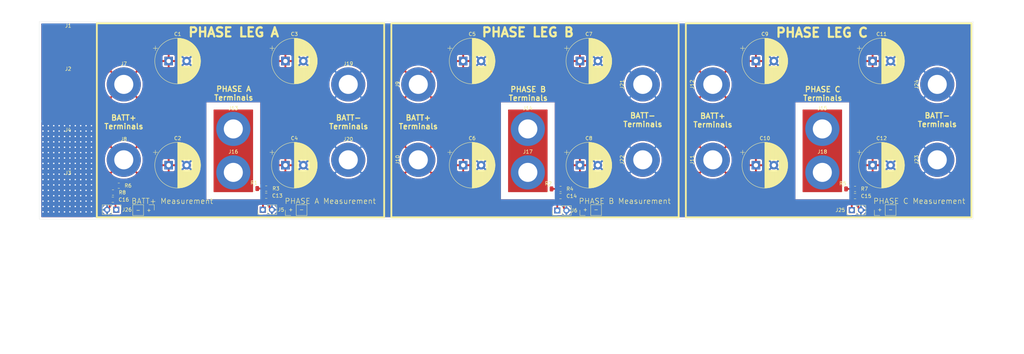
<source format=kicad_pcb>
(kicad_pcb (version 20171130) (host pcbnew "(5.1.6)-1")
  (layers (0 F.Cu signal) (31 B.Cu signal) (34 B.Paste user) (35 F.Paste user) (36 B.SilkS user) (37 F.SilkS user) (38 B.Mask user) (39 F.Mask user) (44 Edge.Cuts user))
  (net 0 "")
  (net 1 -BATT)
  (net 2 +BATT)
  (net 3 PHASE_A)
  (net 4 PHASE_B)
  (net 5 PHASE_C)
  (net 6 "Net-(C13-Pad1)")
  (net 7 "Net-(C14-Pad1)")
  (net 8 "Net-(C15-Pad1)")
  (net 9 "Net-(C16-Pad1)")
  (module Resistor_SMD:R_0805_2012Metric (layer F.Cu) (at 161.6875 66.6)
    (fp_text reference R2 (at 0.0125 -1.5) (layer F.SilkS))
    (fp_text value 200k)
    (pad 1 smd roundrect (at -0.9125 0) (size 1.025 1.4) (layers F.Cu F.Paste F.Mask) (roundrect_rratio 0.243902) (net 4 PHASE_B))
    (pad 2 smd roundrect (at 0.9125 0) (size 1.025 1.4) (layers F.Cu F.Paste F.Mask) (roundrect_rratio 0.243902) (net 7 "Net-(C14-Pad1)"))
  )
  (module Connector_PinHeader_2.54mm:PinHeader_1x02_P2.54mm_Vertical (layer F.Cu) (at 82.2 72.4 90)
    (fp_text reference J5 (at 0 5.1 180) (layer F.SilkS))
    (fp_text value Pinheader)
    (pad 2 thru_hole oval (at 0 2.54 90) (size 1.7 1.7) (drill 1) (layers *.Cu *.Mask) (net 1 -BATT))
    (pad 1 thru_hole rect (at 0 0 90) (size 1.7 1.7) (drill 1) (layers *.Cu *.Mask) (net 6 "Net-(C13-Pad1)"))
  )
  (module Resistor_SMD:R_0805_2012Metric (layer F.Cu) (at 42.1125 65.7 180)
    (fp_text reference R6 (at -2.5875 0 180) (layer F.SilkS))
    (fp_text value 200k)
    (pad 2 smd roundrect (at 0.9125 0 180) (size 1.025 1.4) (layers F.Cu F.Paste F.Mask) (roundrect_rratio 0.243902) (net 9 "Net-(C16-Pad1)"))
    (pad 1 smd roundrect (at -0.9125 0 180) (size 1.025 1.4) (layers F.Cu F.Paste F.Mask) (roundrect_rratio 0.243902) (net 2 +BATT))
  )
  (module Capacitor_THT:CP_Radial_D12.5mm_P5.00mm (layer F.Cu) (at 56 31)
    (fp_text reference C1 (at 2.5 -7.5) (layer F.SilkS))
    (fp_text value 270u)
    (pad 2 thru_hole circle (at 5 0) (size 2.4 2.4) (drill 1.2) (layers *.Cu *.Mask) (net 1 -BATT))
    (pad 1 thru_hole rect (at 0 0) (size 2.4 2.4) (drill 1.2) (layers *.Cu *.Mask) (net 2 +BATT))
  )
  (module Capacitor_THT:CP_Radial_D12.5mm_P5.00mm (layer F.Cu) (at 56 60)
    (fp_text reference C2 (at 2.5 -7.5) (layer F.SilkS))
    (fp_text value 270u)
    (pad 1 thru_hole rect (at 0 0) (size 2.4 2.4) (drill 1.2) (layers *.Cu *.Mask) (net 2 +BATT))
    (pad 2 thru_hole circle (at 5 0) (size 2.4 2.4) (drill 1.2) (layers *.Cu *.Mask) (net 1 -BATT))
  )
  (module Capacitor_THT:CP_Radial_D12.5mm_P5.00mm (layer F.Cu) (at 88.5 31)
    (fp_text reference C3 (at 2.5 -7.5) (layer F.SilkS))
    (fp_text value 270u)
    (pad 1 thru_hole rect (at 0 0) (size 2.4 2.4) (drill 1.2) (layers *.Cu *.Mask) (net 2 +BATT))
    (pad 2 thru_hole circle (at 5 0) (size 2.4 2.4) (drill 1.2) (layers *.Cu *.Mask) (net 1 -BATT))
  )
  (module Capacitor_THT:CP_Radial_D12.5mm_P5.00mm (layer F.Cu) (at 88.5 60)
    (fp_text reference C4 (at 2.5 -7.5) (layer F.SilkS))
    (fp_text value 270u)
    (pad 2 thru_hole circle (at 5 0) (size 2.4 2.4) (drill 1.2) (layers *.Cu *.Mask) (net 1 -BATT))
    (pad 1 thru_hole rect (at 0 0) (size 2.4 2.4) (drill 1.2) (layers *.Cu *.Mask) (net 2 +BATT))
  )
  (module Capacitor_THT:CP_Radial_D12.5mm_P5.00mm (layer F.Cu) (at 138 31)
    (fp_text reference C5 (at 2.5 -7.5) (layer F.SilkS))
    (fp_text value 270u)
    (pad 1 thru_hole rect (at 0 0) (size 2.4 2.4) (drill 1.2) (layers *.Cu *.Mask) (net 2 +BATT))
    (pad 2 thru_hole circle (at 5 0) (size 2.4 2.4) (drill 1.2) (layers *.Cu *.Mask) (net 1 -BATT))
  )
  (module Capacitor_THT:CP_Radial_D12.5mm_P5.00mm (layer F.Cu) (at 138 60)
    (fp_text reference C6 (at 2.5 -7.5) (layer F.SilkS))
    (fp_text value 270u)
    (pad 2 thru_hole circle (at 5 0) (size 2.4 2.4) (drill 1.2) (layers *.Cu *.Mask) (net 1 -BATT))
    (pad 1 thru_hole rect (at 0 0) (size 2.4 2.4) (drill 1.2) (layers *.Cu *.Mask) (net 2 +BATT))
  )
  (module Capacitor_THT:CP_Radial_D12.5mm_P5.00mm (layer F.Cu) (at 170.5 31)
    (fp_text reference C7 (at 2.5 -7.5) (layer F.SilkS))
    (fp_text value 270u)
    (pad 1 thru_hole rect (at 0 0) (size 2.4 2.4) (drill 1.2) (layers *.Cu *.Mask) (net 2 +BATT))
    (pad 2 thru_hole circle (at 5 0) (size 2.4 2.4) (drill 1.2) (layers *.Cu *.Mask) (net 1 -BATT))
  )
  (module Capacitor_THT:CP_Radial_D12.5mm_P5.00mm (layer F.Cu) (at 170.5 60)
    (fp_text reference C8 (at 2.5 -7.5) (layer F.SilkS))
    (fp_text value 270u)
    (pad 2 thru_hole circle (at 5 0) (size 2.4 2.4) (drill 1.2) (layers *.Cu *.Mask) (net 1 -BATT))
    (pad 1 thru_hole rect (at 0 0) (size 2.4 2.4) (drill 1.2) (layers *.Cu *.Mask) (net 2 +BATT))
  )
  (module Capacitor_THT:CP_Radial_D12.5mm_P5.00mm (layer F.Cu) (at 219.5 31)
    (fp_text reference C9 (at 2.5 -7.5) (layer F.SilkS))
    (fp_text value 270u)
    (pad 1 thru_hole rect (at 0 0) (size 2.4 2.4) (drill 1.2) (layers *.Cu *.Mask) (net 2 +BATT))
    (pad 2 thru_hole circle (at 5 0) (size 2.4 2.4) (drill 1.2) (layers *.Cu *.Mask) (net 1 -BATT))
  )
  (module Capacitor_THT:CP_Radial_D12.5mm_P5.00mm (layer F.Cu) (at 219.5 60)
    (fp_text reference C10 (at 2.5 -7.5) (layer F.SilkS))
    (fp_text value 270u)
    (pad 2 thru_hole circle (at 5 0) (size 2.4 2.4) (drill 1.2) (layers *.Cu *.Mask) (net 1 -BATT))
    (pad 1 thru_hole rect (at 0 0) (size 2.4 2.4) (drill 1.2) (layers *.Cu *.Mask) (net 2 +BATT))
  )
  (module Capacitor_THT:CP_Radial_D12.5mm_P5.00mm (layer F.Cu) (at 252 31)
    (fp_text reference C11 (at 2.5 -7.5) (layer F.SilkS))
    (fp_text value 270u)
    (pad 1 thru_hole rect (at 0 0) (size 2.4 2.4) (drill 1.2) (layers *.Cu *.Mask) (net 2 +BATT))
    (pad 2 thru_hole circle (at 5 0) (size 2.4 2.4) (drill 1.2) (layers *.Cu *.Mask) (net 1 -BATT))
  )
  (module Capacitor_THT:CP_Radial_D12.5mm_P5.00mm (layer F.Cu) (at 252 60)
    (fp_text reference C12 (at 2.5 -7.5) (layer F.SilkS))
    (fp_text value 270u)
    (pad 2 thru_hole circle (at 5 0) (size 2.4 2.4) (drill 1.2) (layers *.Cu *.Mask) (net 1 -BATT))
    (pad 1 thru_hole rect (at 0 0) (size 2.4 2.4) (drill 1.2) (layers *.Cu *.Mask) (net 2 +BATT))
  )
  (module Capacitor_SMD:C_0805_2012Metric (layer F.Cu) (at 83.15 68.5)
    (fp_text reference C13 (at 3.1 0) (layer F.SilkS))
    (fp_text value 0.01u)
    (pad 2 smd roundrect (at 0.95 0) (size 1 1.45) (layers F.Cu F.Paste F.Mask) (net 1 -BATT))
    (pad 1 smd roundrect (at -0.95 0) (size 1 1.45) (layers F.Cu F.Paste F.Mask) (net 6 "Net-(C13-Pad1)"))
  )
  (module Capacitor_SMD:C_0805_2012Metric (layer F.Cu) (at 165.1 68.6)
    (fp_text reference C14 (at 3.1 0) (layer F.SilkS))
    (fp_text value 0.01u)
    (pad 1 smd roundrect (at -0.95 0) (size 1 1.45) (layers F.Cu F.Paste F.Mask) (net 7 "Net-(C14-Pad1)"))
    (pad 2 smd roundrect (at 0.95 0) (size 1 1.45) (layers F.Cu F.Paste F.Mask) (net 1 -BATT))
  )
  (module Capacitor_SMD:C_0805_2012Metric (layer F.Cu) (at 247.1 68.6)
    (fp_text reference C15 (at 3.1 0) (layer F.SilkS))
    (fp_text value 0.01u)
    (pad 2 smd roundrect (at 0.95 0) (size 1 1.45) (layers F.Cu F.Paste F.Mask) (net 1 -BATT))
    (pad 1 smd roundrect (at -0.95 0) (size 1 1.45) (layers F.Cu F.Paste F.Mask) (net 8 "Net-(C15-Pad1)"))
  )
  (module Capacitor_SMD:C_0805_2012Metric (layer F.Cu) (at 40.45 69.6 180)
    (fp_text reference C16 (at -3.05 0) (layer F.SilkS))
    (fp_text value 0.01u)
    (pad 1 smd roundrect (at -0.95 0 180) (size 1 1.45) (layers F.Cu F.Paste F.Mask) (net 9 "Net-(C16-Pad1)"))
    (pad 2 smd roundrect (at 0.95 0 180) (size 1 1.45) (layers F.Cu F.Paste F.Mask) (net 1 -BATT))
  )
  (module XFootprintLib:Würth_7466205 (layer F.Cu) (at 28 27)
    (fp_text reference J1 (at 0.025 -5.825) (layer F.SilkS))
    (fp_text value REDCUBE)
    (pad 1 connect circle (at 0 0) (size 10 10) (layers F.Cu F.Mask) (net 2 +BATT) (clearance 1))
  )
  (module XFootprintLib:Würth_7466205 (layer F.Cu) (at 28 39)
    (fp_text reference J2 (at 0.025 -5.825) (layer F.SilkS))
    (fp_text value REDCUBE)
    (pad 1 connect circle (at 0 0) (size 10 10) (layers F.Cu F.Mask) (net 2 +BATT) (clearance 1))
  )
  (module XFootprintLib:Würth_7466205 (layer F.Cu) (at 28 68)
    (fp_text reference J3 (at 0.025 -5.825) (layer F.SilkS))
    (fp_text value REDCUBE)
    (pad 1 connect circle (at 0 0) (size 10 10) (layers F.Cu F.Mask) (net 1 -BATT) (clearance 1))
  )
  (module XFootprintLib:Würth_7466205 (layer F.Cu) (at 28 56)
    (fp_text reference J4 (at 0.025 -5.825) (layer F.SilkS))
    (fp_text value REDCUBE)
    (pad 1 connect circle (at 0 0) (size 10 10) (layers F.Cu F.Mask) (net 1 -BATT) (clearance 1))
  )
  (module Connector_PinHeader_2.54mm:PinHeader_1x02_P2.54mm_Vertical (layer F.Cu) (at 164.2 72.6 90)
    (fp_text reference J6 (at 0 4.74 180) (layer F.SilkS))
    (fp_text value Pinheader)
    (pad 1 thru_hole rect (at 0 0 90) (size 1.7 1.7) (drill 1) (layers *.Cu *.Mask) (net 7 "Net-(C14-Pad1)"))
    (pad 2 thru_hole oval (at 0 2.54 90) (size 1.7 1.7) (drill 1) (layers *.Cu *.Mask) (net 1 -BATT))
  )
  (module MountingHole:MountingHole_5.3mm_M5_ISO7380_Pad (layer F.Cu) (at 43.5 37.5)
    (fp_text reference J7 (at 0 -5.75) (layer F.SilkS))
    (fp_text value SCREW)
    (pad 1 thru_hole circle (at 0 0) (size 9.5 9.5) (drill 5.3) (layers *.Cu *.Mask) (net 2 +BATT))
  )
  (module MountingHole:MountingHole_5.3mm_M5_ISO7380_Pad (layer F.Cu) (at 43.5 58.5)
    (fp_text reference J8 (at 0 -5.75) (layer F.SilkS))
    (fp_text value SCREW)
    (pad 1 thru_hole circle (at 0 0) (size 9.5 9.5) (drill 5.3) (layers *.Cu *.Mask) (net 2 +BATT))
  )
  (module MountingHole:MountingHole_5.3mm_M5_ISO7380_Pad (layer F.Cu) (at 125.5 37.5 90)
    (fp_text reference J9 (at 0 -5.75 90) (layer F.SilkS))
    (fp_text value SCREW)
    (pad 1 thru_hole circle (at 0 0 90) (size 9.5 9.5) (drill 5.3) (layers *.Cu *.Mask) (net 2 +BATT))
  )
  (module MountingHole:MountingHole_5.3mm_M5_ISO7380_Pad (layer F.Cu) (at 125.5 58.5 90)
    (fp_text reference J10 (at 0 -5.75 90) (layer F.SilkS))
    (fp_text value SCREW)
    (pad 1 thru_hole circle (at 0 0 90) (size 9.5 9.5) (drill 5.3) (layers *.Cu *.Mask) (net 2 +BATT))
  )
  (module MountingHole:MountingHole_5.3mm_M5_ISO7380_Pad (layer F.Cu) (at 207.5 58.5 90)
    (fp_text reference J11 (at 0 -5.75 90) (layer F.SilkS))
    (fp_text value SCREW)
    (pad 1 thru_hole circle (at 0 0 90) (size 9.5 9.5) (drill 5.3) (layers *.Cu *.Mask) (net 2 +BATT))
  )
  (module MountingHole:MountingHole_5.3mm_M5_ISO7380_Pad (layer F.Cu) (at 207.5 37.5 90)
    (fp_text reference J12 (at 0 -5.75 90) (layer F.SilkS))
    (fp_text value SCREW)
    (pad 1 thru_hole circle (at 0 0 90) (size 9.5 9.5) (drill 5.3) (layers *.Cu *.Mask) (net 2 +BATT))
  )
  (module MountingHole:MountingHole_5.3mm_M5_ISO7380_Pad (layer F.Cu) (at 74 49.9)
    (fp_text reference J13 (at 0 -5.75) (layer F.SilkS))
    (fp_text value SCREW)
    (pad 1 thru_hole circle (at 0 0) (size 9.5 9.5) (drill 5.3) (layers *.Cu *.Mask) (net 3 PHASE_A))
  )
  (module MountingHole:MountingHole_5.3mm_M5_ISO7380_Pad (layer F.Cu) (at 156 49.9)
    (fp_text reference J14 (at 0 -5.75) (layer F.SilkS))
    (fp_text value SCREW)
    (pad 1 thru_hole circle (at 0 0) (size 9.5 9.5) (drill 5.3) (layers *.Cu *.Mask) (net 4 PHASE_B))
  )
  (module MountingHole:MountingHole_5.3mm_M5_ISO7380_Pad (layer F.Cu) (at 238 49.9)
    (fp_text reference J15 (at 0 -5.75) (layer F.SilkS))
    (fp_text value SCREW)
    (pad 1 thru_hole circle (at 0 0) (size 9.5 9.5) (drill 5.3) (layers *.Cu *.Mask) (net 5 PHASE_C))
  )
  (module MountingHole:MountingHole_5.3mm_M5_ISO7380_Pad (layer F.Cu) (at 74 62)
    (fp_text reference J16 (at 0 -5.75) (layer F.SilkS))
    (fp_text value SCREW)
    (pad 1 thru_hole circle (at 0 0) (size 9.5 9.5) (drill 5.3) (layers *.Cu *.Mask) (net 3 PHASE_A))
  )
  (module MountingHole:MountingHole_5.3mm_M5_ISO7380_Pad (layer F.Cu) (at 156 62)
    (fp_text reference J17 (at 0 -5.75) (layer F.SilkS))
    (fp_text value SCREW)
    (pad 1 thru_hole circle (at 0 0) (size 9.5 9.5) (drill 5.3) (layers *.Cu *.Mask) (net 4 PHASE_B))
  )
  (module MountingHole:MountingHole_5.3mm_M5_ISO7380_Pad (layer F.Cu) (at 238 62)
    (fp_text reference J18 (at 0 -5.75) (layer F.SilkS))
    (fp_text value SCREW)
    (pad 1 thru_hole circle (at 0 0) (size 9.5 9.5) (drill 5.3) (layers *.Cu *.Mask) (net 5 PHASE_C))
  )
  (module MountingHole:MountingHole_5.3mm_M5_ISO7380_Pad (layer F.Cu) (at 106 37.5)
    (fp_text reference J19 (at 0 -5.75) (layer F.SilkS))
    (fp_text value SCREW)
    (pad 1 thru_hole circle (at 0 0) (size 9.5 9.5) (drill 5.3) (layers *.Cu *.Mask) (net 1 -BATT))
  )
  (module MountingHole:MountingHole_5.3mm_M5_ISO7380_Pad (layer F.Cu) (at 106 58.5)
    (fp_text reference J20 (at 0 -5.75) (layer F.SilkS))
    (fp_text value SCREW)
    (pad 1 thru_hole circle (at 0 0) (size 9.5 9.5) (drill 5.3) (layers *.Cu *.Mask) (net 1 -BATT))
  )
  (module MountingHole:MountingHole_5.3mm_M5_ISO7380_Pad (layer F.Cu) (at 188 37.5 90)
    (fp_text reference J21 (at 0 -5.75 90) (layer F.SilkS))
    (fp_text value SCREW)
    (pad 1 thru_hole circle (at 0 0 90) (size 9.5 9.5) (drill 5.3) (layers *.Cu *.Mask) (net 1 -BATT))
  )
  (module MountingHole:MountingHole_5.3mm_M5_ISO7380_Pad (layer F.Cu) (at 188 58.5 90)
    (fp_text reference J22 (at 0 -5.75 90) (layer F.SilkS))
    (fp_text value SCREW)
    (pad 1 thru_hole circle (at 0 0 90) (size 9.5 9.5) (drill 5.3) (layers *.Cu *.Mask) (net 1 -BATT))
  )
  (module MountingHole:MountingHole_5.3mm_M5_ISO7380_Pad (layer F.Cu) (at 270 58.5 90)
    (fp_text reference J23 (at 0 -5.75 90) (layer F.SilkS))
    (fp_text value SCREW)
    (pad 1 thru_hole circle (at 0 0 90) (size 9.5 9.5) (drill 5.3) (layers *.Cu *.Mask) (net 1 -BATT))
  )
  (module MountingHole:MountingHole_5.3mm_M5_ISO7380_Pad (layer F.Cu) (at 270 37.5 90)
    (fp_text reference J24 (at 0 -5.75 90) (layer F.SilkS))
    (fp_text value SCREW)
    (pad 1 thru_hole circle (at 0 0 90) (size 9.5 9.5) (drill 5.3) (layers *.Cu *.Mask) (net 1 -BATT))
  )
  (module Connector_PinHeader_2.54mm:PinHeader_1x02_P2.54mm_Vertical (layer F.Cu) (at 246.2 72.5 90)
    (fp_text reference J25 (at 0 -3.2 180) (layer F.SilkS))
    (fp_text value Pinheader)
    (pad 1 thru_hole rect (at 0 0 90) (size 1.7 1.7) (drill 1) (layers *.Cu *.Mask) (net 8 "Net-(C15-Pad1)"))
    (pad 2 thru_hole oval (at 0 2.54 90) (size 1.7 1.7) (drill 1) (layers *.Cu *.Mask) (net 1 -BATT))
  )
  (module Connector_PinHeader_2.54mm:PinHeader_1x02_P2.54mm_Vertical (layer F.Cu) (at 41.4 72.4 270)
    (fp_text reference J26 (at 0 -3 180) (layer F.SilkS))
    (fp_text value Pinheader)
    (pad 2 thru_hole oval (at 0 2.54 270) (size 1.7 1.7) (drill 1) (layers *.Cu *.Mask) (net 1 -BATT))
    (pad 1 thru_hole rect (at 0 0 270) (size 1.7 1.7) (drill 1) (layers *.Cu *.Mask) (net 9 "Net-(C16-Pad1)"))
  )
  (module Resistor_SMD:R_0805_2012Metric (layer F.Cu) (at 79.75 66.5)
    (fp_text reference R1 (at 0 -1.6) (layer F.SilkS))
    (fp_text value 200k)
    (pad 1 smd roundrect (at -0.9125 0) (size 1.025 1.4) (layers F.Cu F.Paste F.Mask) (roundrect_rratio 0.243902) (net 3 PHASE_A))
    (pad 2 smd roundrect (at 0.9125 0) (size 1.025 1.4) (layers F.Cu F.Paste F.Mask) (roundrect_rratio 0.243902) (net 6 "Net-(C13-Pad1)"))
  )
  (module Resistor_SMD:R_0805_2012Metric (layer F.Cu) (at 83.1625 66.5 180)
    (fp_text reference R3 (at -2.7 0) (layer F.SilkS))
    (fp_text value 10k)
    (pad 1 smd roundrect (at -0.9125 0 180) (size 1.025 1.4) (layers F.Cu F.Paste F.Mask) (roundrect_rratio 0.243902) (net 1 -BATT))
    (pad 2 smd roundrect (at 0.9125 0 180) (size 1.025 1.4) (layers F.Cu F.Paste F.Mask) (roundrect_rratio 0.243902) (net 6 "Net-(C13-Pad1)"))
  )
  (module Resistor_SMD:R_0805_2012Metric (layer F.Cu) (at 165.1125 66.6 180)
    (fp_text reference R4 (at -2.6 0) (layer F.SilkS))
    (fp_text value 10k)
    (pad 2 smd roundrect (at 0.9125 0 180) (size 1.025 1.4) (layers F.Cu F.Paste F.Mask) (roundrect_rratio 0.243902) (net 7 "Net-(C14-Pad1)"))
    (pad 1 smd roundrect (at -0.9125 0 180) (size 1.025 1.4) (layers F.Cu F.Paste F.Mask) (roundrect_rratio 0.243902) (net 1 -BATT))
  )
  (module Resistor_SMD:R_0805_2012Metric (layer F.Cu) (at 243.6875 66.6)
    (fp_text reference R5 (at 0.0125 -1.5) (layer F.SilkS))
    (fp_text value 200k)
    (pad 1 smd roundrect (at -0.9125 0) (size 1.025 1.4) (layers F.Cu F.Paste F.Mask) (roundrect_rratio 0.243902) (net 5 PHASE_C))
    (pad 2 smd roundrect (at 0.9125 0) (size 1.025 1.4) (layers F.Cu F.Paste F.Mask) (roundrect_rratio 0.243902) (net 8 "Net-(C15-Pad1)"))
  )
  (module Resistor_SMD:R_0805_2012Metric (layer F.Cu) (at 247.1125 66.6 180)
    (fp_text reference R7 (at -2.6 0) (layer F.SilkS))
    (fp_text value 10k)
    (pad 2 smd roundrect (at 0.9125 0 180) (size 1.025 1.4) (layers F.Cu F.Paste F.Mask) (roundrect_rratio 0.243902) (net 8 "Net-(C15-Pad1)"))
    (pad 1 smd roundrect (at -0.9125 0 180) (size 1.025 1.4) (layers F.Cu F.Paste F.Mask) (roundrect_rratio 0.243902) (net 1 -BATT))
  )
  (module Resistor_SMD:R_0805_2012Metric (layer F.Cu) (at 40.4875 67.6)
    (fp_text reference R8 (at 2.6 0) (layer F.SilkS))
    (fp_text value 10k)
    (pad 2 smd roundrect (at 0.9125 0) (size 1.025 1.4) (layers F.Cu F.Paste F.Mask) (roundrect_rratio 0.243902) (net 9 "Net-(C16-Pad1)"))
    (pad 1 smd roundrect (at -0.9125 0) (size 1.025 1.4) (layers F.Cu F.Paste F.Mask) (roundrect_rratio 0.243902) (net 1 -BATT))
  )
  (gr_text "PHASE C Measurement" (at 265 70) (layer F.SilkS) (effects (font (size 1.5 1.5))))
  (gr_text + (at 254 72.5 180) (layer F.SilkS) (effects (font (size 1 1))))
  (gr_text - (at 257 72.5 180) (layer F.SilkS) (effects (font (size 1 1))))
  (gr_line (start 252.5 74) (end 252.5 72.5) (layer F.SilkS) (width 0.12))
  (gr_line (start 254 74) (end 252.5 74) (layer F.SilkS) (width 0.12))
  (gr_line (start 258.5 71) (end 255.5 71) (layer F.SilkS) (width 0.12))
  (gr_line (start 255.5 74) (end 258.5 74) (layer F.SilkS) (width 0.12))
  (gr_line (start 258.5 74) (end 258.5 71) (layer F.SilkS) (width 0.12))
  (gr_line (start 255.5 71) (end 255.5 74) (layer F.SilkS) (width 0.12))
  (gr_line (start 176.5 71) (end 173.5 71) (layer F.SilkS) (width 0.12))
  (gr_line (start 172 74) (end 170.5 74) (layer F.SilkS) (width 0.12))
  (gr_line (start 170.5 74) (end 170.5 72.5) (layer F.SilkS) (width 0.12))
  (gr_line (start 176.5 74) (end 176.5 71) (layer F.SilkS) (width 0.12))
  (gr_line (start 173.5 71) (end 173.5 74) (layer F.SilkS) (width 0.12))
  (gr_line (start 173.5 74) (end 176.5 74) (layer F.SilkS) (width 0.12))
  (gr_text "PHASE B Measurement" (at 183 70) (layer F.SilkS) (effects (font (size 1.5 1.5))))
  (gr_text - (at 175 72.5 180) (layer F.SilkS) (effects (font (size 1 1))))
  (gr_text + (at 172 72.5 180) (layer F.SilkS) (effects (font (size 1 1))))
  (gr_line (start 94.5 71) (end 91.5 71) (layer F.SilkS) (width 0.12))
  (gr_line (start 90 74) (end 88.5 74) (layer F.SilkS) (width 0.12))
  (gr_line (start 94.5 74) (end 94.5 71) (layer F.SilkS) (width 0.12))
  (gr_line (start 91.5 74) (end 94.5 74) (layer F.SilkS) (width 0.12))
  (gr_line (start 91.5 71) (end 91.5 74) (layer F.SilkS) (width 0.12))
  (gr_line (start 88.5 74) (end 88.5 72.5) (layer F.SilkS) (width 0.12))
  (gr_text "PHASE A Measurement" (at 101 70) (layer F.SilkS) (effects (font (size 1.5 1.5))))
  (gr_text - (at 93 72.5 180) (layer F.SilkS) (effects (font (size 1 1))))
  (gr_text + (at 90 72.5 180) (layer F.SilkS) (effects (font (size 1 1))))
  (gr_line (start 52 71) (end 52 72.5) (layer F.SilkS) (width 0.12))
  (gr_line (start 50.5 71) (end 52 71) (layer F.SilkS) (width 0.12))
  (gr_text - (at 47.5 72.5) (layer F.SilkS) (effects (font (size 1 1))))
  (gr_text + (at 50.5 72.5) (layer F.SilkS) (effects (font (size 1 1))))
  (gr_line (start 49 71) (end 46 71) (layer F.SilkS) (width 0.12))
  (gr_line (start 49 74) (end 49 71) (layer F.SilkS) (width 0.12))
  (gr_line (start 46 74) (end 49 74) (layer F.SilkS) (width 0.12))
  (gr_line (start 46 71) (end 46 74) (layer F.SilkS) (width 0.12))
  (gr_text "BATT+ Measurement" (at 57 70) (layer F.SilkS) (effects (font (size 1.5 1.5))))
  (gr_line (start 200 20.5) (end 279.5 20.5) (layer F.SilkS) (width 0.5))
  (gr_line (start 279.5 20.5) (end 279.5 74.5) (layer F.SilkS) (width 0.5))
  (gr_line (start 279.5 74.5) (end 200 74.5) (layer F.SilkS) (width 0.5))
  (gr_line (start 200 74.5) (end 200 20.5) (layer F.SilkS) (width 0.5))
  (gr_line (start 118 20.5) (end 198 20.5) (layer F.SilkS) (width 0.5))
  (gr_line (start 198 20.5) (end 198 74.5) (layer F.SilkS) (width 0.5))
  (gr_line (start 198 74.5) (end 118 74.5) (layer F.SilkS) (width 0.5))
  (gr_line (start 118 74.5) (end 118 20.5) (layer F.SilkS) (width 0.5))
  (gr_line (start 36 74.5) (end 36 20.5) (layer F.SilkS) (width 0.5))
  (gr_line (start 116 74.5) (end 36 74.5) (layer F.SilkS) (width 0.5))
  (gr_line (start 116 20.5) (end 116 74.5) (layer F.SilkS) (width 0.5))
  (gr_line (start 36 20.5) (end 116 20.5) (layer F.SilkS) (width 0.5))
  (gr_text "PHASE C\nTerminals" (at 238.1 40.1) (layer F.SilkS) (effects (font (size 1.5 1.5) (thickness 0.3))))
  (gr_text "PHASE B\nTerminals" (at 156.1 40.1) (layer F.SilkS) (effects (font (size 1.5 1.5) (thickness 0.3))))
  (gr_text "PHASE A\nTerminals" (at 74.1 40) (layer F.SilkS) (effects (font (size 1.5 1.5) (thickness 0.3))))
  (gr_text "BATT-\nTerminals" (at 270 47.4) (layer F.SilkS) (effects (font (size 1.5 1.5) (thickness 0.3))))
  (gr_text "BATT+\nTerminals" (at 207.5 47.5) (layer F.SilkS) (effects (font (size 1.5 1.5) (thickness 0.3))))
  (gr_text "BATT-\nTerminals" (at 188 47.4) (layer F.SilkS) (effects (font (size 1.5 1.5) (thickness 0.3))))
  (gr_text "BATT+\nTerminals" (at 125.5 48) (layer F.SilkS) (effects (font (size 1.5 1.5) (thickness 0.3))))
  (gr_text "BATT-\nTerminals" (at 106.1 48) (layer F.SilkS) (effects (font (size 1.5 1.5) (thickness 0.3))))
  (gr_text "BATT+\nTerminals" (at 43.5 48) (layer F.SilkS) (effects (font (size 1.5 1.5) (thickness 0.3))))
  (gr_text "PHASE LEG C" (at 237.9 23.1) (layer F.SilkS) (effects (font (size 2.54 2.54) (thickness 0.6))))
  (gr_text "PHASE LEG B" (at 156 23) (layer F.SilkS) (effects (font (size 2.54 2.54) (thickness 0.6))))
  (gr_text "PHASE LEG A" (at 74.1 23) (layer F.SilkS) (effects (font (size 2.54 2.54) (thickness 0.6))))
  (gr_line (start 20 75) (end 20 20) (layer Edge.Cuts) (width 0.05))
  (gr_line (start 280 75) (end 20 75) (layer Edge.Cuts) (width 0.05))
  (gr_line (start 280 20) (end 280 75) (layer Edge.Cuts) (width 0.05))
  (gr_line (start 20 20) (end 280 20) (layer Edge.Cuts) (width 0.05))
  (via (at 25.5 71.5) (size 0.8) (drill 0.4) (layers F.Cu B.Cu) (net 1))
  (via (at 27 71.5) (size 0.8) (drill 0.4) (layers F.Cu B.Cu) (net 1))
  (via (at 28.5 71.5) (size 0.8) (drill 0.4) (layers F.Cu B.Cu) (net 1))
  (via (at 30 71.5) (size 0.8) (drill 0.4) (layers F.Cu B.Cu) (net 1))
  (via (at 31.5 71.5) (size 0.8) (drill 0.4) (layers F.Cu B.Cu) (net 1))
  (via (at 31.5 70) (size 0.8) (drill 0.4) (layers F.Cu B.Cu) (net 1))
  (via (at 30 70) (size 0.8) (drill 0.4) (layers F.Cu B.Cu) (net 1))
  (via (at 28.5 70) (size 0.8) (drill 0.4) (layers F.Cu B.Cu) (net 1))
  (via (at 27 70) (size 0.8) (drill 0.4) (layers F.Cu B.Cu) (net 1))
  (via (at 25.5 70) (size 0.8) (drill 0.4) (layers F.Cu B.Cu) (net 1))
  (via (at 24 70) (size 0.8) (drill 0.4) (layers F.Cu B.Cu) (net 1))
  (via (at 24 68.5) (size 0.8) (drill 0.4) (layers F.Cu B.Cu) (net 1))
  (via (at 25.5 68.5) (size 0.8) (drill 0.4) (layers F.Cu B.Cu) (net 1))
  (via (at 27 68.5) (size 0.8) (drill 0.4) (layers F.Cu B.Cu) (net 1))
  (via (at 28.5 68.5) (size 0.8) (drill 0.4) (layers F.Cu B.Cu) (net 1))
  (via (at 30 68.5) (size 0.8) (drill 0.4) (layers F.Cu B.Cu) (net 1))
  (via (at 31.5 68.5) (size 0.8) (drill 0.4) (layers F.Cu B.Cu) (net 1))
  (via (at 31.5 67) (size 0.8) (drill 0.4) (layers F.Cu B.Cu) (net 1))
  (via (at 30 67) (size 0.8) (drill 0.4) (layers F.Cu B.Cu) (net 1))
  (via (at 28.5 67) (size 0.8) (drill 0.4) (layers F.Cu B.Cu) (net 1))
  (via (at 27 67) (size 0.8) (drill 0.4) (layers F.Cu B.Cu) (net 1))
  (via (at 25.5 67) (size 0.8) (drill 0.4) (layers F.Cu B.Cu) (net 1))
  (via (at 24 67) (size 0.8) (drill 0.4) (layers F.Cu B.Cu) (net 1))
  (via (at 24 65.5) (size 0.8) (drill 0.4) (layers F.Cu B.Cu) (net 1))
  (via (at 25.5 65.5) (size 0.8) (drill 0.4) (layers F.Cu B.Cu) (net 1))
  (via (at 27 65.5) (size 0.8) (drill 0.4) (layers F.Cu B.Cu) (net 1))
  (via (at 28.5 65.5) (size 0.8) (drill 0.4) (layers F.Cu B.Cu) (net 1))
  (via (at 30 65.5) (size 0.8) (drill 0.4) (layers F.Cu B.Cu) (net 1))
  (via (at 31.5 65.5) (size 0.8) (drill 0.4) (layers F.Cu B.Cu) (net 1))
  (via (at 30 64) (size 0.8) (drill 0.4) (layers F.Cu B.Cu) (net 1))
  (via (at 28.5 64) (size 0.8) (drill 0.4) (layers F.Cu B.Cu) (net 1))
  (via (at 27 64) (size 0.8) (drill 0.4) (layers F.Cu B.Cu) (net 1))
  (via (at 25.5 64) (size 0.8) (drill 0.4) (layers F.Cu B.Cu) (net 1))
  (via (at 25.5 59.5) (size 0.8) (drill 0.4) (layers F.Cu B.Cu) (net 1))
  (via (at 27 59.5) (size 0.8) (drill 0.4) (layers F.Cu B.Cu) (net 1))
  (via (at 28.5 59.5) (size 0.8) (drill 0.4) (layers F.Cu B.Cu) (net 1))
  (via (at 30 59.5) (size 0.8) (drill 0.4) (layers F.Cu B.Cu) (net 1))
  (via (at 31.5 59.5) (size 0.8) (drill 0.4) (layers F.Cu B.Cu) (net 1))
  (via (at 31.5 58) (size 0.8) (drill 0.4) (layers F.Cu B.Cu) (net 1))
  (via (at 30 58) (size 0.8) (drill 0.4) (layers F.Cu B.Cu) (net 1))
  (via (at 28.5 58) (size 0.8) (drill 0.4) (layers F.Cu B.Cu) (net 1))
  (via (at 27 58) (size 0.8) (drill 0.4) (layers F.Cu B.Cu) (net 1))
  (via (at 25.5 58) (size 0.8) (drill 0.4) (layers F.Cu B.Cu) (net 1))
  (via (at 24 58) (size 0.8) (drill 0.4) (layers F.Cu B.Cu) (net 1))
  (via (at 24 56.5) (size 0.8) (drill 0.4) (layers F.Cu B.Cu) (net 1))
  (via (at 25.5 56.5) (size 0.8) (drill 0.4) (layers F.Cu B.Cu) (net 1))
  (via (at 27 56.5) (size 0.8) (drill 0.4) (layers F.Cu B.Cu) (net 1))
  (via (at 28.5 56.5) (size 0.8) (drill 0.4) (layers F.Cu B.Cu) (net 1))
  (via (at 30 56.5) (size 0.8) (drill 0.4) (layers F.Cu B.Cu) (net 1))
  (via (at 31.5 56.5) (size 0.8) (drill 0.4) (layers F.Cu B.Cu) (net 1))
  (via (at 31.5 55) (size 0.8) (drill 0.4) (layers F.Cu B.Cu) (net 1))
  (via (at 30 55) (size 0.8) (drill 0.4) (layers F.Cu B.Cu) (net 1))
  (via (at 28.5 55) (size 0.8) (drill 0.4) (layers F.Cu B.Cu) (net 1))
  (via (at 27 55) (size 0.8) (drill 0.4) (layers F.Cu B.Cu) (net 1))
  (via (at 25.5 55) (size 0.8) (drill 0.4) (layers F.Cu B.Cu) (net 1))
  (via (at 24 55) (size 0.8) (drill 0.4) (layers F.Cu B.Cu) (net 1))
  (via (at 24 53.5) (size 0.8) (drill 0.4) (layers F.Cu B.Cu) (net 1))
  (via (at 25.5 53.5) (size 0.8) (drill 0.4) (layers F.Cu B.Cu) (net 1))
  (via (at 27 53.5) (size 0.8) (drill 0.4) (layers F.Cu B.Cu) (net 1))
  (via (at 28.5 53.5) (size 0.8) (drill 0.4) (layers F.Cu B.Cu) (net 1))
  (via (at 30 53.5) (size 0.8) (drill 0.4) (layers F.Cu B.Cu) (net 1))
  (via (at 31.5 53.5) (size 0.8) (drill 0.4) (layers F.Cu B.Cu) (net 1))
  (via (at 30 52) (size 0.8) (drill 0.4) (layers F.Cu B.Cu) (net 1))
  (via (at 28.5 52) (size 0.8) (drill 0.4) (layers F.Cu B.Cu) (net 1))
  (via (at 27 52) (size 0.8) (drill 0.4) (layers F.Cu B.Cu) (net 1))
  (via (at 25.5 52) (size 0.8) (drill 0.4) (layers F.Cu B.Cu) (net 1))
  (via (at 21 49) (size 0.8) (drill 0.4) (layers F.Cu B.Cu) (net 1))
  (via (at 22.5 49) (size 0.8) (drill 0.4) (layers F.Cu B.Cu) (net 1))
  (via (at 24 49) (size 0.8) (drill 0.4) (layers F.Cu B.Cu) (net 1))
  (via (at 25.5 49) (size 0.8) (drill 0.4) (layers F.Cu B.Cu) (net 1))
  (via (at 27 49) (size 0.8) (drill 0.4) (layers F.Cu B.Cu) (net 1))
  (via (at 28.5 49) (size 0.8) (drill 0.4) (layers F.Cu B.Cu) (net 1))
  (via (at 30 49) (size 0.8) (drill 0.4) (layers F.Cu B.Cu) (net 1))
  (via (at 31.5 49) (size 0.8) (drill 0.4) (layers F.Cu B.Cu) (net 1))
  (via (at 33 49) (size 0.8) (drill 0.4) (layers F.Cu B.Cu) (net 1))
  (via (at 34.5 49) (size 0.8) (drill 0.4) (layers F.Cu B.Cu) (net 1))
  (via (at 34.5 50.5) (size 0.8) (drill 0.4) (layers F.Cu B.Cu) (net 1))
  (via (at 33 50.5) (size 0.8) (drill 0.4) (layers F.Cu B.Cu) (net 1))
  (via (at 31.5 50.5) (size 0.8) (drill 0.4) (layers F.Cu B.Cu) (net 1))
  (via (at 30 50.5) (size 0.8) (drill 0.4) (layers F.Cu B.Cu) (net 1))
  (via (at 28.5 50.5) (size 0.8) (drill 0.4) (layers F.Cu B.Cu) (net 1))
  (via (at 27 50.5) (size 0.8) (drill 0.4) (layers F.Cu B.Cu) (net 1))
  (via (at 25.5 50.5) (size 0.8) (drill 0.4) (layers F.Cu B.Cu) (net 1))
  (via (at 24 50.5) (size 0.8) (drill 0.4) (layers F.Cu B.Cu) (net 1))
  (via (at 22.5 50.5) (size 0.8) (drill 0.4) (layers F.Cu B.Cu) (net 1))
  (via (at 21 50.5) (size 0.8) (drill 0.4) (layers F.Cu B.Cu) (net 1))
  (via (at 21 52) (size 0.8) (drill 0.4) (layers F.Cu B.Cu) (net 1))
  (via (at 22.5 52) (size 0.8) (drill 0.4) (layers F.Cu B.Cu) (net 1))
  (via (at 24 52) (size 0.8) (drill 0.4) (layers F.Cu B.Cu) (net 1))
  (via (at 31.5 52) (size 0.8) (drill 0.4) (layers F.Cu B.Cu) (net 1))
  (via (at 33 52) (size 0.8) (drill 0.4) (layers F.Cu B.Cu) (net 1))
  (via (at 34.5 52) (size 0.8) (drill 0.4) (layers F.Cu B.Cu) (net 1))
  (via (at 34.5 53.5) (size 0.8) (drill 0.4) (layers F.Cu B.Cu) (net 1))
  (via (at 33 53.5) (size 0.8) (drill 0.4) (layers F.Cu B.Cu) (net 1))
  (via (at 22.5 53.5) (size 0.8) (drill 0.4) (layers F.Cu B.Cu) (net 1))
  (via (at 21 53.5) (size 0.8) (drill 0.4) (layers F.Cu B.Cu) (net 1))
  (via (at 21 55) (size 0.8) (drill 0.4) (layers F.Cu B.Cu) (net 1))
  (via (at 22.5 55) (size 0.8) (drill 0.4) (layers F.Cu B.Cu) (net 1))
  (via (at 33 55) (size 0.8) (drill 0.4) (layers F.Cu B.Cu) (net 1))
  (via (at 34.5 55) (size 0.8) (drill 0.4) (layers F.Cu B.Cu) (net 1))
  (via (at 34.5 56.5) (size 0.8) (drill 0.4) (layers F.Cu B.Cu) (net 1))
  (via (at 33 56.5) (size 0.8) (drill 0.4) (layers F.Cu B.Cu) (net 1))
  (via (at 22.5 56.5) (size 0.8) (drill 0.4) (layers F.Cu B.Cu) (net 1))
  (via (at 21 56.5) (size 0.8) (drill 0.4) (layers F.Cu B.Cu) (net 1))
  (via (at 21 58) (size 0.8) (drill 0.4) (layers F.Cu B.Cu) (net 1))
  (via (at 22.5 58) (size 0.8) (drill 0.4) (layers F.Cu B.Cu) (net 1))
  (via (at 33 58) (size 0.8) (drill 0.4) (layers F.Cu B.Cu) (net 1))
  (via (at 34.5 58) (size 0.8) (drill 0.4) (layers F.Cu B.Cu) (net 1))
  (via (at 34.5 59.5) (size 0.8) (drill 0.4) (layers F.Cu B.Cu) (net 1))
  (via (at 33 59.5) (size 0.8) (drill 0.4) (layers F.Cu B.Cu) (net 1))
  (via (at 24 59.5) (size 0.8) (drill 0.4) (layers F.Cu B.Cu) (net 1))
  (via (at 22.5 59.5) (size 0.8) (drill 0.4) (layers F.Cu B.Cu) (net 1))
  (via (at 21 59.5) (size 0.8) (drill 0.4) (layers F.Cu B.Cu) (net 1))
  (via (at 21 61) (size 0.8) (drill 0.4) (layers F.Cu B.Cu) (net 1))
  (via (at 22.5 61) (size 0.8) (drill 0.4) (layers F.Cu B.Cu) (net 1))
  (via (at 24 61) (size 0.8) (drill 0.4) (layers F.Cu B.Cu) (net 1))
  (via (at 25.5 61) (size 0.8) (drill 0.4) (layers F.Cu B.Cu) (net 1))
  (via (at 27 61) (size 0.8) (drill 0.4) (layers F.Cu B.Cu) (net 1))
  (via (at 28.5 61) (size 0.8) (drill 0.4) (layers F.Cu B.Cu) (net 1))
  (via (at 30 61) (size 0.8) (drill 0.4) (layers F.Cu B.Cu) (net 1))
  (via (at 31.5 61) (size 0.8) (drill 0.4) (layers F.Cu B.Cu) (net 1))
  (via (at 33 61) (size 0.8) (drill 0.4) (layers F.Cu B.Cu) (net 1))
  (via (at 34.5 61) (size 0.8) (drill 0.4) (layers F.Cu B.Cu) (net 1))
  (via (at 34.5 62.5) (size 0.8) (drill 0.4) (layers F.Cu B.Cu) (net 1))
  (via (at 33 62.5) (size 0.8) (drill 0.4) (layers F.Cu B.Cu) (net 1))
  (via (at 31.5 62.5) (size 0.8) (drill 0.4) (layers F.Cu B.Cu) (net 1))
  (via (at 30 62.5) (size 0.8) (drill 0.4) (layers F.Cu B.Cu) (net 1))
  (via (at 28.5 62.5) (size 0.8) (drill 0.4) (layers F.Cu B.Cu) (net 1))
  (via (at 27 62.5) (size 0.8) (drill 0.4) (layers F.Cu B.Cu) (net 1))
  (via (at 25.5 62.5) (size 0.8) (drill 0.4) (layers F.Cu B.Cu) (net 1))
  (via (at 24 62.5) (size 0.8) (drill 0.4) (layers F.Cu B.Cu) (net 1))
  (via (at 22.5 62.5) (size 0.8) (drill 0.4) (layers F.Cu B.Cu) (net 1))
  (via (at 21 62.5) (size 0.8) (drill 0.4) (layers F.Cu B.Cu) (net 1))
  (via (at 21 64) (size 0.8) (drill 0.4) (layers F.Cu B.Cu) (net 1))
  (via (at 22.5 64) (size 0.8) (drill 0.4) (layers F.Cu B.Cu) (net 1))
  (via (at 24 64) (size 0.8) (drill 0.4) (layers F.Cu B.Cu) (net 1))
  (via (at 31.5 64) (size 0.8) (drill 0.4) (layers F.Cu B.Cu) (net 1))
  (via (at 31.5 64) (size 0.8) (drill 0.4) (layers F.Cu B.Cu) (net 1))
  (via (at 33 64) (size 0.8) (drill 0.4) (layers F.Cu B.Cu) (net 1))
  (via (at 34.5 64) (size 0.8) (drill 0.4) (layers F.Cu B.Cu) (net 1))
  (via (at 34.5 65.5) (size 0.8) (drill 0.4) (layers F.Cu B.Cu) (net 1))
  (via (at 33 65.5) (size 0.8) (drill 0.4) (layers F.Cu B.Cu) (net 1))
  (via (at 22.5 65.5) (size 0.8) (drill 0.4) (layers F.Cu B.Cu) (net 1))
  (via (at 21 65.5) (size 0.8) (drill 0.4) (layers F.Cu B.Cu) (net 1))
  (via (at 21 67) (size 0.8) (drill 0.4) (layers F.Cu B.Cu) (net 1))
  (via (at 22.5 67) (size 0.8) (drill 0.4) (layers F.Cu B.Cu) (net 1))
  (via (at 33 67) (size 0.8) (drill 0.4) (layers F.Cu B.Cu) (net 1))
  (via (at 34.5 67) (size 0.8) (drill 0.4) (layers F.Cu B.Cu) (net 1))
  (via (at 34.5 68.5) (size 0.8) (drill 0.4) (layers F.Cu B.Cu) (net 1))
  (via (at 33 68.5) (size 0.8) (drill 0.4) (layers F.Cu B.Cu) (net 1))
  (via (at 22.5 68.5) (size 0.8) (drill 0.4) (layers F.Cu B.Cu) (net 1))
  (via (at 21 68.5) (size 0.8) (drill 0.4) (layers F.Cu B.Cu) (net 1))
  (via (at 21 70) (size 0.8) (drill 0.4) (layers F.Cu B.Cu) (net 1))
  (via (at 22.5 70) (size 0.8) (drill 0.4) (layers F.Cu B.Cu) (net 1))
  (via (at 33 70) (size 0.8) (drill 0.4) (layers F.Cu B.Cu) (net 1))
  (via (at 34.5 70) (size 0.8) (drill 0.4) (layers F.Cu B.Cu) (net 1))
  (via (at 34.5 71.5) (size 0.8) (drill 0.4) (layers F.Cu B.Cu) (net 1))
  (via (at 33 71.5) (size 0.8) (drill 0.4) (layers F.Cu B.Cu) (net 1))
  (via (at 24 71.5) (size 0.8) (drill 0.4) (layers F.Cu B.Cu) (net 1))
  (via (at 22.5 71.5) (size 0.8) (drill 0.4) (layers F.Cu B.Cu) (net 1))
  (via (at 21 71.5) (size 0.8) (drill 0.4) (layers F.Cu B.Cu) (net 1))
  (via (at 21 73) (size 0.8) (drill 0.4) (layers F.Cu B.Cu) (net 1))
  (via (at 22.5 73) (size 0.8) (drill 0.4) (layers F.Cu B.Cu) (net 1))
  (via (at 24 73) (size 0.8) (drill 0.4) (layers F.Cu B.Cu) (net 1))
  (via (at 25.5 73) (size 0.8) (drill 0.4) (layers F.Cu B.Cu) (net 1))
  (via (at 27 73) (size 0.8) (drill 0.4) (layers F.Cu B.Cu) (net 1))
  (via (at 28.5 73) (size 0.8) (drill 0.4) (layers F.Cu B.Cu) (net 1))
  (via (at 30 73) (size 0.8) (drill 0.4) (layers F.Cu B.Cu) (net 1))
  (via (at 31.5 73) (size 0.8) (drill 0.4) (layers F.Cu B.Cu) (net 1))
  (via (at 33 73) (size 0.8) (drill 0.4) (layers F.Cu B.Cu) (net 1))
  (via (at 34.5 73) (size 0.8) (drill 0.4) (layers F.Cu B.Cu) (net 1))
  (segment (start 39.575 71.685) (end 38.86 72.4) (width 0.5) (layer F.Cu) (net 1))
  (segment (start 39.575 67.6) (end 39.575 71.685) (width 0.5) (layer F.Cu) (net 1))
  (segment (start 84.075 71.735) (end 84.74 72.4) (width 0.5) (layer F.Cu) (net 1))
  (segment (start 84.075 66.5) (end 84.075 71.735) (width 0.5) (layer F.Cu) (net 1))
  (segment (start 166.025 71.885) (end 166.74 72.6) (width 0.5) (layer F.Cu) (net 1))
  (segment (start 166.025 66.6) (end 166.025 71.885) (width 0.5) (layer F.Cu) (net 1))
  (segment (start 248.025 71.785) (end 248.74 72.5) (width 0.5) (layer F.Cu) (net 1))
  (segment (start 248.025 66.6) (end 248.025 71.785) (width 0.5) (layer F.Cu) (net 1))
  (segment (start 80.6625 66.5) (end 82.25 66.5) (width 0.5) (layer F.Cu) (net 6))
  (segment (start 82.25 72.35) (end 82.2 72.4) (width 0.5) (layer F.Cu) (net 6))
  (segment (start 82.25 66.5) (end 82.25 72.35) (width 0.5) (layer F.Cu) (net 6))
  (segment (start 164.2 66.6) (end 164.2 72.6) (width 0.5) (layer F.Cu) (net 7))
  (segment (start 162.6 66.6) (end 164.2 66.6) (width 0.5) (layer F.Cu) (net 7))
  (segment (start 246.2 66.6) (end 246.2 72.5) (width 0.5) (layer F.Cu) (net 8))
  (segment (start 244.6 66.6) (end 246.2 66.6) (width 0.5) (layer F.Cu) (net 8))
  (segment (start 41.2 72.2) (end 41.4 72.4) (width 0.5) (layer F.Cu) (net 9))
  (segment (start 41.2 65.8) (end 41.2 72.2) (width 0.5) (layer F.Cu) (net 9))
  (zone (net 2) (net_name +BATT) (layer F.Cu) (priority 1) (connect_pads (clearance 0.508)) (min_thickness 0.254) (fill yes (arc_segments 32) (thermal_gap 0.508) (thermal_bridge_width 0.508))
    (polygon (pts (xy 280 75) (xy 20 75) (xy 20 20) (xy 280 20)))
  )
  (zone (net 1) (net_name -BATT) (layer B.Cu) (priority 1) (connect_pads (clearance 0.508)) (min_thickness 0.254) (fill yes (arc_segments 32) (thermal_gap 0.508) (thermal_bridge_width 0.508))
    (polygon (pts (xy 280 75) (xy 20 75) (xy 20 20) (xy 280 20)))
  )
  (zone (net 1) (net_name -BATT) (layer F.Cu) (priority 2) (connect_pads yes (clearance 0.508)) (min_thickness 0.254) (fill yes (arc_segments 32) (thermal_gap 0.508) (thermal_bridge_width 0.508))
    (polygon (pts (xy 35 75) (xy 20 75) (xy 20 48) (xy 35 48)))
  )
  (zone (net 3) (net_name PHASE_A) (layer F.Cu) (priority 3) (connect_pads yes (clearance 0.508)) (min_thickness 0.254) (fill yes (arc_segments 32) (thermal_gap 0.508) (thermal_bridge_width 0.508))
    (polygon (pts (xy 79.5 67.5) (xy 68.5 67.5) (xy 68.5 44.5) (xy 79.5 44.5)))
  )
  (zone (net 0) (net_name "") (layers F&B.Cu) (connect_pads yes (clearance 0.508)) (min_thickness 0.254)
    (keepout (tracks allowed) (vias not_allowed) (copperpour not_allowed))
    (fill (arc_segments 32) (thermal_gap 0.508) (thermal_bridge_width 0.508))
    (polygon (pts (xy 81.5 42.5) (xy 81.5 69.5) (xy 66.5 69.5) (xy 66.5 42.5)))
    (polygon (pts (xy 79.5 44.5) (xy 68.5 44.5) (xy 68.5 67.5) (xy 79.5 67.5)))
  )
  (zone (net 0) (net_name "") (layers F&B.Cu) (connect_pads yes (clearance 0.508)) (min_thickness 0.254)
    (keepout (tracks allowed) (vias not_allowed) (copperpour not_allowed))
    (fill (arc_segments 32) (thermal_gap 0.508) (thermal_bridge_width 0.508))
    (polygon (pts (xy 163.5 42.5) (xy 163.5 69.5) (xy 148.5 69.5) (xy 148.5 42.5)))
    (polygon (pts (xy 161.5 44.5) (xy 150.5 44.5) (xy 150.5 67.5) (xy 161.5 67.5)))
  )
  (zone (net 4) (net_name PHASE_B) (layer F.Cu) (priority 3) (connect_pads yes (clearance 0.508)) (min_thickness 0.254) (fill yes (arc_segments 32) (thermal_gap 0.508) (thermal_bridge_width 0.508))
    (polygon (pts (xy 161.5 67.5) (xy 150.5 67.5) (xy 150.5 44.5) (xy 161.5 44.5)))
  )
  (zone (net 0) (net_name "") (layers F&B.Cu) (connect_pads yes (clearance 0.508)) (min_thickness 0.254)
    (keepout (tracks allowed) (vias not_allowed) (copperpour not_allowed))
    (fill (arc_segments 32) (thermal_gap 0.508) (thermal_bridge_width 0.508))
    (polygon (pts (xy 245.5 42.5) (xy 245.5 69.5) (xy 230.5 69.5) (xy 230.5 42.5)))
    (polygon (pts (xy 243.5 44.5) (xy 232.5 44.5) (xy 232.5 67.5) (xy 243.5 67.5)))
  )
  (zone (net 5) (net_name PHASE_C) (layer F.Cu) (priority 3) (connect_pads yes (clearance 0.508)) (min_thickness 0.254) (fill yes (arc_segments 32) (thermal_gap 0.508) (thermal_bridge_width 0.508))
    (polygon (pts (xy 243.5 67.5) (xy 232.5 67.5) (xy 232.5 44.5) (xy 243.5 44.5)))
  )
)
</source>
